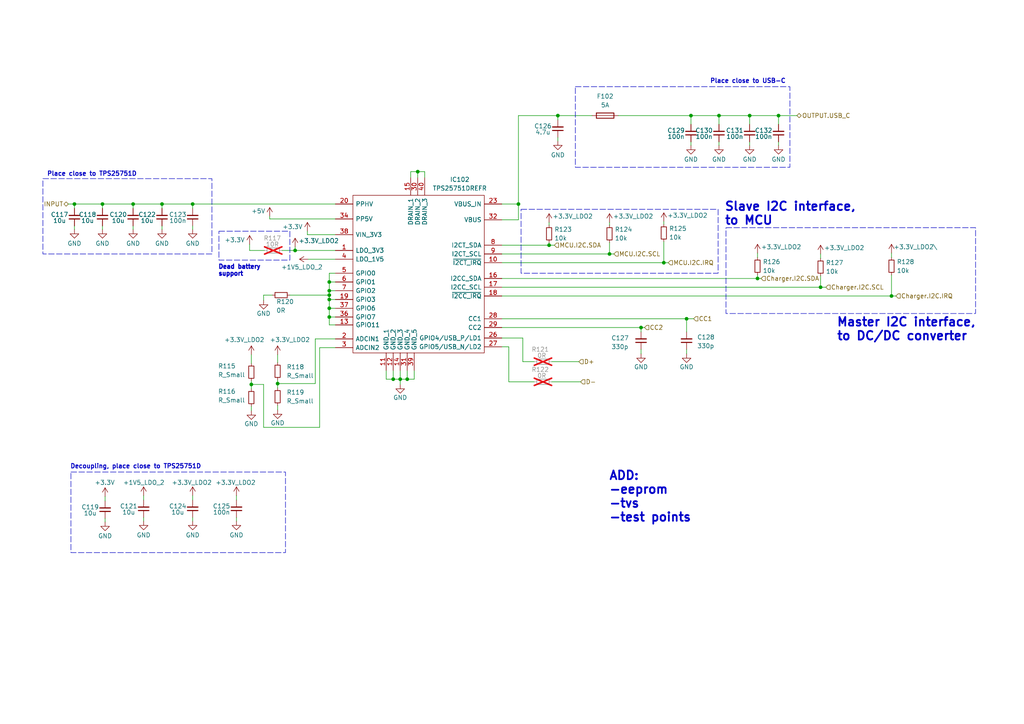
<source format=kicad_sch>
(kicad_sch (version 20231120) (generator "eeschema") (generator_version "8.0")
  (paper "A4")
  (lib_symbols
    (symbol "Device:C_Small" (pin_numbers hide) (pin_names (offset 0.254) hide)
      (property "Reference" "C" (at 0.254 1.778 0))
      (property "Value" "C_Small" (at 0.254 -2.032 0))
      (symbol "C_Small_0_1"
        (polyline (pts (xy -1.524 -0.508) (xy 1.524 -0.508)) (stroke (width 0.3302)))
        (polyline (pts (xy -1.524 0.508) (xy 1.524 0.508)) (stroke (width 0.3048)))
      )
      (symbol "C_Small_1_1"
        (pin passive line (at 0 2.54 270) (length 2.032) (name "~") (number "1"))
        (pin passive line (at 0 -2.54 90) (length 2.032) (name "~") (number "2"))
      )
    )
    (symbol "Device:Fuse" (pin_numbers hide) (pin_names (offset 0))
      (property "Reference" "F" (at 2.032 0 90))
      (property "Value" "Fuse" (at -1.905 0 90))
      (symbol "Fuse_0_1"
        (rectangle (start -0.762 -2.54) (end 0.762 2.54) (stroke (width 0.254)))
        (polyline (pts (xy 0 2.54) (xy 0 -2.54)))
      )
      (symbol "Fuse_1_1"
        (pin passive line (at 0 3.81 270) (length 1.27) (name "~") (number "1"))
        (pin passive line (at 0 -3.81 90) (length 1.27) (name "~") (number "2"))
      )
    )
    (symbol "Device:R_Small" (pin_numbers hide) (pin_names (offset 0.254) hide)
      (property "Reference" "R" (at 0.762 0.508 0))
      (property "Value" "R_Small" (at 0.762 -1.016 0))
      (symbol "R_Small_0_1"
        (rectangle (start -0.762 1.778) (end 0.762 -1.778) (stroke (width 0.2032)))
      )
      (symbol "R_Small_1_1"
        (pin passive line (at 0 2.54 270) (length 0.762) (name "~") (number "1"))
        (pin passive line (at 0 -2.54 90) (length 0.762) (name "~") (number "2"))
      )
    )
    (symbol "TPS25751DREFR_1" (pin_names (offset 0.762))
      (property "Reference" "IC1" (at 36.068 7.112 0))
      (property "Value" "TPS25751DREFR" (at 36.068 4.572 0))
      (symbol "TPS25751DREFR_1_0_0"
        (pin passive line (at 0 -13.462 0) (length 5.08) (name "LDO_3V3") (number "1"))
        (pin passive line (at 48.26 -17.018 180) (length 5.08) (name "~{I2CT_IRQ}") (number "10"))
        (pin passive line (at 14.732 -48.26 90) (length 5.08) (name "GND_1") (number "11"))
        (pin passive line (at 16.764 -48.26 90) (length 5.08) (name "GND_2") (number "12"))
        (pin passive line (at 0 -35.052 0) (length 5.08) (name "GPIO11") (number "13"))
        (pin passive line (at 18.796 -48.26 90) (length 5.08) (name "GND_3") (number "14"))
        (pin passive line (at 21.844 7.62 270) (length 5.08) (name "DRAIN_1") (number "15"))
        (pin passive line (at 48.26 -21.59 180) (length 5.08) (name "I2CC_SDA") (number "16"))
        (pin passive line (at 48.26 -24.13 180) (length 5.08) (name "I2CC_SCL") (number "17"))
        (pin passive line (at 48.26 -26.67 180) (length 5.08) (name "~{I2CC_IRQ}") (number "18"))
        (pin passive line (at 0 -27.686 0) (length 5.08) (name "GPIO3") (number "19"))
        (pin passive line (at 0 -39.116 0) (length 5.08) (name "ADCIN1") (number "2"))
        (pin passive line (at 0 0 0) (length 5.08) (name "PPHV") (number "20"))
        (pin passive line (at 48.26 0 180) (length 5.08) (name "VBUS_IN") (number "23"))
        (pin passive line (at 48.26 -38.862 180) (length 5.08) (name "GPIO4/USB_P/LD1") (number "26"))
        (pin passive line (at 48.26 -41.402 180) (length 5.08) (name "GPIO5/USB_N/LD2") (number "27"))
        (pin passive line (at 48.26 -33.274 180) (length 5.08) (name "CC1") (number "28"))
        (pin passive line (at 48.26 -35.814 180) (length 5.08) (name "CC2") (number "29"))
        (pin passive line (at 0 -41.656 0) (length 5.08) (name "ADCIN2") (number "3"))
        (pin passive line (at 23.876 7.62 270) (length 5.08) (name "DRAIN_2") (number "30"))
        (pin passive line (at 20.828 -48.26 90) (length 5.08) (name "GND_4") (number "31"))
        (pin passive line (at 48.26 -4.572 180) (length 5.08) (name "VBUS") (number "32"))
        (pin passive line (at 0 -4.318 0) (length 5.08) (name "PP5V") (number "34"))
        (pin passive line (at 0 -32.766 0) (length 5.08) (name "GPIO7") (number "36"))
        (pin passive line (at 0 -30.226 0) (length 5.08) (name "GPIO6") (number "37"))
        (pin passive line (at 0 -8.89 0) (length 5.08) (name "VIN_3V3") (number "38"))
        (pin passive line (at 22.86 -48.26 90) (length 5.08) (name "GND_5") (number "39"))
        (pin passive line (at 0 -16.002 0) (length 5.08) (name "LDO_1V5") (number "4"))
        (pin passive line (at 25.908 7.62 270) (length 5.08) (name "DRAIN_3") (number "40"))
        (pin passive line (at 0 -20.066 0) (length 5.08) (name "GPIO0") (number "5"))
        (pin passive line (at 0 -22.606 0) (length 5.08) (name "GPIO1") (number "6"))
        (pin passive line (at 0 -25.146 0) (length 5.08) (name "GPIO2") (number "7"))
        (pin passive line (at 48.26 -11.938 180) (length 5.08) (name "I2CT_SDA") (number "8"))
        (pin passive line (at 48.26 -14.478 180) (length 5.08) (name "I2CT_SCL") (number "9"))
      )
      (symbol "TPS25751DREFR_1_0_1"
        (polyline (pts (xy 5.08 2.54) (xy 43.18 2.54) (xy 43.18 -43.18) (xy 5.08 -43.18) (xy 5.08 2.54)) (stroke (width 0.1524)))
      )
    )
    (symbol "power:+1V5" (power) (pin_names (offset 0))
      (property "Value" "+1V5" (at 0 3.556 0))
      (symbol "+1V5_0_1"
        (polyline (pts (xy -0.762 1.27) (xy 0 2.54)))
        (polyline (pts (xy 0 0) (xy 0 2.54)))
        (polyline (pts (xy 0 2.54) (xy 0.762 1.27)))
      )
      (symbol "+1V5_1_1"
        (pin power_in line (at 0 0 90) (length 0) hide (name "+1V5") (number "1"))
      )
    )
    (symbol "power:+3.3V" (power) (pin_names (offset 0))
      (property "Value" "+3.3V" (at 0 3.556 0))
      (symbol "+3.3V_0_1"
        (polyline (pts (xy -0.762 1.27) (xy 0 2.54)))
        (polyline (pts (xy 0 0) (xy 0 2.54)))
        (polyline (pts (xy 0 2.54) (xy 0.762 1.27)))
      )
      (symbol "+3.3V_1_1"
        (pin power_in line (at 0 0 90) (length 0) hide (name "+3.3V") (number "1"))
      )
    )
    (symbol "power:+3.3VP" (power) (pin_names (offset 0))
      (property "Value" "+3.3VP" (at 0 2.54 0))
      (symbol "+3.3VP_0_0"
        (pin power_in line (at 0 0 90) (length 0) hide (name "+3.3VP") (number "1"))
      )
      (symbol "+3.3VP_0_1"
        (polyline (pts (xy -0.762 1.27) (xy 0 2.54)))
        (polyline (pts (xy 0 0) (xy 0 2.54)))
        (polyline (pts (xy 0 2.54) (xy 0.762 1.27)))
      )
    )
    (symbol "power:+5V" (power) (pin_names (offset 0))
      (property "Value" "+5V" (at 0 3.556 0))
      (symbol "+5V_0_1"
        (polyline (pts (xy -0.762 1.27) (xy 0 2.54)))
        (polyline (pts (xy 0 0) (xy 0 2.54)))
        (polyline (pts (xy 0 2.54) (xy 0.762 1.27)))
      )
      (symbol "+5V_1_1"
        (pin power_in line (at 0 0 90) (length 0) hide (name "+5V") (number "1"))
      )
    )
    (symbol "power:GND" (power) (pin_names (offset 0))
      (property "Value" "GND" (at 0 -3.81 0))
      (symbol "GND_0_1"
        (polyline (pts (xy 0 0) (xy 0 -1.27) (xy 1.27 -1.27) (xy 0 -2.54) (xy -1.27 -1.27) (xy 0 -1.27)))
      )
      (symbol "GND_1_1"
        (pin power_in line (at 0 0 270) (length 0) hide (name "GND") (number "1"))
      )
    )
  )
  (junction (at 95.504 84.328))
  (junction (at 95.504 81.788))
  (junction (at 217.424 33.528))
  (junction (at 95.504 91.948))
  (junction (at 118.11 109.982))
  (junction (at 29.718 59.182))
  (junction (at 176.784 73.66))
  (junction (at 150.368 59.182))
  (junction (at 121.158 49.784))
  (junction (at 237.998 83.312))
  (junction (at 116.078 109.982))
  (junction (at 225.806 33.528))
  (junction (at 159.258 71.12))
  (junction (at 46.99 59.182))
  (junction (at 185.928 94.996))
  (junction (at 38.608 59.182))
  (junction (at 85.598 72.644))
  (junction (at 21.59 59.182))
  (junction (at 258.572 85.852))
  (junction (at 95.504 86.868))
  (junction (at 80.518 111.252))
  (junction (at 208.534 33.528))
  (junction (at 200.406 33.528))
  (junction (at 199.136 92.456))
  (junction (at 114.046 109.982))
  (junction (at 55.88 59.182))
  (junction (at 95.504 85.598))
  (junction (at 192.532 76.2))
  (junction (at 95.504 89.408))
  (junction (at 72.898 111.506))
  (junction (at 161.798 33.528))
  (junction (at 219.71 80.772))
  (wire (pts (xy 76.454 123.952) (xy 92.71 123.952)))
  (wire (pts (xy 55.88 59.182) (xy 97.282 59.182)))
  (wire (pts (xy 97.282 89.408) (xy 95.504 89.408)))
  (wire (pts (xy 145.542 92.456) (xy 199.136 92.456)))
  (wire (pts (xy 147.574 110.744) (xy 154.94 110.744)))
  (wire (pts (xy 200.406 41.148) (xy 200.406 42.164)))
  (wire (pts (xy 21.59 65.532) (xy 21.59 66.548)))
  (wire (pts (xy 46.99 65.532) (xy 46.99 66.548)))
  (wire (pts (xy 185.928 101.346) (xy 185.928 102.616)))
  (wire (pts (xy 91.44 98.298) (xy 97.282 98.298)))
  (wire (pts (xy 185.928 94.996) (xy 185.928 96.266)))
  (wire (pts (xy 160.02 104.902) (xy 167.894 104.902)))
  (wire (pts (xy 68.58 145.034) (xy 68.58 143.764)))
  (wire (pts (xy 41.656 145.034) (xy 41.656 143.764)))
  (wire (pts (xy 95.504 81.788) (xy 97.282 81.788)))
  (wire (pts (xy 258.572 85.852) (xy 259.842 85.852)))
  (wire (pts (xy 145.542 71.12) (xy 159.258 71.12)))
  (wire (pts (xy 80.518 102.87) (xy 80.518 105.156)))
  (wire (pts (xy 121.158 49.784) (xy 123.19 49.784)))
  (wire (pts (xy 208.534 33.528) (xy 217.424 33.528)))
  (wire (pts (xy 46.99 59.182) (xy 55.88 59.182)))
  (wire (pts (xy 55.88 60.452) (xy 55.88 59.182)))
  (wire (pts (xy 80.518 117.602) (xy 80.518 118.872)))
  (wire (pts (xy 208.534 41.148) (xy 208.534 42.164)))
  (wire (pts (xy 116.078 107.442) (xy 116.078 109.982)))
  (wire (pts (xy 97.282 84.328) (xy 95.504 84.328)))
  (wire (pts (xy 217.424 41.148) (xy 217.424 42.164)))
  (wire (pts (xy 95.504 81.788) (xy 95.504 84.328)))
  (wire (pts (xy 114.046 109.982) (xy 116.078 109.982)))
  (wire (pts (xy 176.784 64.516) (xy 176.784 65.278)))
  (wire (pts (xy 123.19 49.784) (xy 123.19 51.562)))
  (wire (pts (xy 95.504 86.868) (xy 97.282 86.868)))
  (wire (pts (xy 151.638 104.902) (xy 151.638 98.044)))
  (wire (pts (xy 97.282 68.072) (xy 89.154 68.072)))
  (wire (pts (xy 95.504 86.868) (xy 95.504 89.408)))
  (wire (pts (xy 41.656 150.114) (xy 41.656 151.13)))
  (wire (pts (xy 145.542 80.772) (xy 219.71 80.772)))
  (wire (pts (xy 21.59 60.452) (xy 21.59 59.182)))
  (wire (pts (xy 92.71 100.838) (xy 92.71 123.952)))
  (wire (pts (xy 200.406 33.528) (xy 200.406 36.068)))
  (wire (pts (xy 92.71 100.838) (xy 97.282 100.838)))
  (wire (pts (xy 76.454 85.598) (xy 78.994 85.598)))
  (wire (pts (xy 159.258 71.12) (xy 160.782 71.12)))
  (wire (pts (xy 147.574 100.584) (xy 145.542 100.584)))
  (wire (pts (xy 258.572 79.756) (xy 258.572 85.852)))
  (wire (pts (xy 72.898 111.506) (xy 76.454 111.506)))
  (wire (pts (xy 179.324 33.528) (xy 200.406 33.528)))
  (wire (pts (xy 161.798 33.528) (xy 171.704 33.528)))
  (wire (pts (xy 120.142 109.982) (xy 120.142 107.442)))
  (wire (pts (xy 199.136 92.456) (xy 199.136 96.266)))
  (wire (pts (xy 95.504 85.598) (xy 95.504 86.868)))
  (wire (pts (xy 192.532 76.2) (xy 193.802 76.2)))
  (wire (pts (xy 159.258 71.12) (xy 159.258 70.358)))
  (wire (pts (xy 97.282 94.234) (xy 95.504 94.234)))
  (wire (pts (xy 112.014 107.442) (xy 112.014 109.982)))
  (wire (pts (xy 237.998 73.66) (xy 237.998 74.93)))
  (wire (pts (xy 219.71 80.772) (xy 219.71 79.756)))
  (wire (pts (xy 72.898 111.506) (xy 72.898 112.776)))
  (wire (pts (xy 85.598 72.644) (xy 97.282 72.644)))
  (wire (pts (xy 81.788 72.644) (xy 85.598 72.644)))
  (wire (pts (xy 199.136 101.346) (xy 199.136 102.616)))
  (wire (pts (xy 95.504 84.328) (xy 95.504 85.598)))
  (wire (pts (xy 76.708 72.644) (xy 72.39 72.644)))
  (wire (pts (xy 97.282 91.948) (xy 95.504 91.948)))
  (wire (pts (xy 76.454 111.506) (xy 76.454 123.952)))
  (wire (pts (xy 150.368 33.528) (xy 161.798 33.528)))
  (wire (pts (xy 217.424 33.528) (xy 217.424 36.068)))
  (wire (pts (xy 225.806 33.528) (xy 225.806 36.068)))
  (wire (pts (xy 97.282 79.248) (xy 95.504 79.248)))
  (wire (pts (xy 145.542 59.182) (xy 150.368 59.182)))
  (wire (pts (xy 68.58 150.114) (xy 68.58 151.13)))
  (wire (pts (xy 38.608 59.182) (xy 46.99 59.182)))
  (wire (pts (xy 72.898 117.856) (xy 72.898 119.126)))
  (wire (pts (xy 160.02 110.744) (xy 168.402 110.744)))
  (wire (pts (xy 84.074 85.598) (xy 95.504 85.598)))
  (wire (pts (xy 29.718 59.182) (xy 38.608 59.182)))
  (wire (pts (xy 161.798 34.798) (xy 161.798 33.528)))
  (wire (pts (xy 80.518 111.252) (xy 80.518 112.522)))
  (wire (pts (xy 72.898 102.87) (xy 72.898 105.41)))
  (wire (pts (xy 119.126 49.784) (xy 121.158 49.784)))
  (wire (pts (xy 95.504 91.948) (xy 95.504 94.234)))
  (wire (pts (xy 145.542 85.852) (xy 258.572 85.852)))
  (wire (pts (xy 114.046 107.442) (xy 114.046 109.982)))
  (wire (pts (xy 55.88 150.114) (xy 55.88 151.13)))
  (wire (pts (xy 72.39 70.866) (xy 72.39 72.644)))
  (wire (pts (xy 225.806 33.528) (xy 231.14 33.528)))
  (wire (pts (xy 89.154 67.056) (xy 89.154 68.072)))
  (wire (pts (xy 217.424 33.528) (xy 225.806 33.528)))
  (wire (pts (xy 38.608 60.452) (xy 38.608 59.182)))
  (wire (pts (xy 145.542 94.996) (xy 185.928 94.996)))
  (wire (pts (xy 151.638 98.044) (xy 145.542 98.044)))
  (wire (pts (xy 119.126 51.562) (xy 119.126 49.784)))
  (wire (pts (xy 159.258 64.516) (xy 159.258 65.278)))
  (wire (pts (xy 161.798 39.878) (xy 161.798 40.894)))
  (wire (pts (xy 46.99 60.452) (xy 46.99 59.182)))
  (wire (pts (xy 199.136 92.456) (xy 201.168 92.456)))
  (wire (pts (xy 72.898 110.49) (xy 72.898 111.506)))
  (wire (pts (xy 192.532 70.104) (xy 192.532 76.2)))
  (wire (pts (xy 219.71 73.406) (xy 219.71 74.676)))
  (wire (pts (xy 192.532 64.262) (xy 192.532 65.024)))
  (wire (pts (xy 147.574 110.744) (xy 147.574 100.584)))
  (wire (pts (xy 237.998 80.01) (xy 237.998 83.312)))
  (wire (pts (xy 116.078 109.982) (xy 118.11 109.982)))
  (wire (pts (xy 176.784 70.358) (xy 176.784 73.66)))
  (wire (pts (xy 176.784 73.66) (xy 178.054 73.66)))
  (wire (pts (xy 85.598 71.628) (xy 85.598 72.644)))
  (wire (pts (xy 145.542 63.754) (xy 150.368 63.754)))
  (wire (pts (xy 150.368 33.528) (xy 150.368 59.182)))
  (wire (pts (xy 95.504 89.408) (xy 95.504 91.948)))
  (wire (pts (xy 237.998 83.312) (xy 239.522 83.312)))
  (wire (pts (xy 258.572 73.406) (xy 258.572 74.676)))
  (wire (pts (xy 19.812 59.182) (xy 21.59 59.182)))
  (wire (pts (xy 29.718 60.452) (xy 29.718 59.182)))
  (wire (pts (xy 80.518 111.252) (xy 91.44 111.252)))
  (wire (pts (xy 145.542 73.66) (xy 176.784 73.66)))
  (wire (pts (xy 30.48 145.288) (xy 30.48 144.018)))
  (wire (pts (xy 118.11 107.442) (xy 118.11 109.982)))
  (wire (pts (xy 97.282 63.5) (xy 78.232 63.5)))
  (wire (pts (xy 145.542 76.2) (xy 192.532 76.2)))
  (wire (pts (xy 30.48 150.368) (xy 30.48 151.384)))
  (wire (pts (xy 78.232 62.738) (xy 78.232 63.5)))
  (wire (pts (xy 116.078 109.982) (xy 116.078 111.506)))
  (wire (pts (xy 89.408 75.184) (xy 97.282 75.184)))
  (wire (pts (xy 38.608 65.532) (xy 38.608 66.548)))
  (wire (pts (xy 76.454 87.122) (xy 76.454 85.598)))
  (wire (pts (xy 29.718 65.532) (xy 29.718 66.548)))
  (wire (pts (xy 200.406 33.528) (xy 208.534 33.528)))
  (wire (pts (xy 145.542 83.312) (xy 237.998 83.312)))
  (wire (pts (xy 112.014 109.982) (xy 114.046 109.982)))
  (wire (pts (xy 219.71 80.772) (xy 220.726 80.772)))
  (wire (pts (xy 55.88 145.034) (xy 55.88 143.764)))
  (wire (pts (xy 21.59 59.182) (xy 29.718 59.182)))
  (wire (pts (xy 150.368 63.754) (xy 150.368 59.182)))
  (wire (pts (xy 185.928 94.996) (xy 186.944 94.996)))
  (wire (pts (xy 121.158 51.562) (xy 121.158 49.784)))
  (wire (pts (xy 118.11 109.982) (xy 120.142 109.982)))
  (wire (pts (xy 95.504 79.248) (xy 95.504 81.788)))
  (wire (pts (xy 91.44 111.252) (xy 91.44 98.298)))
  (wire (pts (xy 225.806 41.148) (xy 225.806 42.164)))
  (wire (pts (xy 55.88 65.532) (xy 55.88 66.548)))
  (wire (pts (xy 208.534 33.528) (xy 208.534 36.068)))
  (wire (pts (xy 151.638 104.902) (xy 154.94 104.902)))
  (wire (pts (xy 80.518 110.236) (xy 80.518 111.252)))
  (rectangle (start 12.446 51.816) (end 61.468 73.66) (stroke (width 0) (type dash)))
  (rectangle (start 166.878 25.146) (end 229.108 48.514) (stroke (width 0) (type dash)))
  (rectangle (start 63.5 67.056) (end 84.074 75.438) (stroke (width 0) (type dash)))
  (rectangle (start 151.13 60.706) (end 208.28 79.248) (stroke (width 0) (type dash)))
  (rectangle (start 210.566 66.04) (end 282.956 90.932) (stroke (width 0) (type dash)))
  (rectangle (start 20.574 136.906) (end 82.804 160.274) (stroke (width 0) (type dash)))
  (text "Slave I2C interface,\nto MCU" (at 210.058 65.532 0) (effects (font (size 2.5 2.5) (thickness 0.5) (bold yes)) (justify left bottom)))
  (text "Master I2C interface,\nto DC/DC converter" (at 242.57 99.06 0) (effects (font (size 2.5 2.5) (thickness 0.5) (bold yes)) (justify left bottom)))
  (text "ADD:\n-eeprom\n-tvs\n-test points" (at 176.53 151.638 0) (effects (font (size 2.5 2.5) (thickness 0.5) (bold yes)) (justify left bottom)))
  (text "Place close to USB-C \n" (at 217.424 23.622 0) (effects (font (size 1.27 1.27) (thickness 0.254) (bold yes))))
  (text "Dead battery\nsupport" (at 63.246 80.264 0) (effects (font (size 1.25 1.25) (thickness 0.5) (bold yes)) (justify left bottom)))
  (text "Decoupling, place close to TPS25751D\n" (at 39.37 135.382 0) (effects (font (size 1.27 1.27) (thickness 0.254) (bold yes))))
  (text "Place close to TPS25751D\n" (at 26.67 50.546 0) (effects (font (size 1.27 1.27) (thickness 0.254) (bold yes))))
  (hierarchical_label "MCU.I2C.IRQ" (shape input) (at 193.802 76.2 0))
  (hierarchical_label "CC2" (shape input) (at 186.944 94.996 0))
  (hierarchical_label "D-" (shape input) (at 168.402 110.744 0))
  (hierarchical_label "D+" (shape input) (at 167.894 104.902 0))
  (hierarchical_label "INPUT" (shape bidirectional) (at 19.812 59.182 180))
  (hierarchical_label "MCU.I2C.SCL" (shape input) (at 178.054 73.66 0))
  (hierarchical_label "CC1" (shape input) (at 201.168 92.456 0))
  (hierarchical_label "OUTPUT.USB_C" (shape bidirectional) (at 231.14 33.528 0))
  (hierarchical_label "Charger.I2C.IRQ" (shape input) (at 259.842 85.852 0))
  (hierarchical_label "Charger.I2C.SCL" (shape input) (at 239.522 83.312 0))
  (hierarchical_label "Charger.I2C.SDA" (shape input) (at 220.726 80.772 0))
  (hierarchical_label "MCU.I2C.SDA" (shape input) (at 160.782 71.12 0))
  (symbol (lib_id "Device:C_Small") (at 55.88 147.574 180) (unit 1)
    (property "Reference" "C124" (at 51.562 146.812 0))
    (property "Value" "10u" (at 51.562 148.59 0))
    (property "Footprint" "Capacitor_SMD:C_0603_1608Metric" (effects (hide yes)))
  )
  (symbol (lib_id "power:GND") (at 72.898 119.126 0) (unit 1)
    (property "Reference" "#PWR0157" (effects (hide yes)))
    (property "Value" "GND" (at 72.898 122.936 0))
  )
  (symbol (lib_id "Device:C_Small") (at 161.798 37.338 180) (unit 1)
    (property "Reference" "C126" (at 157.48 36.576 0))
    (property "Value" "4.7u" (at 157.48 38.354 0))
    (property "Footprint" "Capacitor_SMD:C_0603_1608Metric" (effects (hide yes)))
  )
  (symbol (lib_id "Device:R_Small") (at 219.71 77.216 0) (unit 1)
    (property "Reference" "R126" (at 221.234 75.946 0) (effects (justify left)))
    (property "Value" "10k" (at 221.234 78.486 0) (effects (justify left)))
    (property "Footprint" "Resistor_SMD:R_0603_1608Metric" (effects (hide yes)))
  )
  (symbol (lib_id "power:+3.3V") (at 30.48 144.018 0) (unit 1)
    (property "Reference" "#PWR0144" (effects (hide yes)))
    (property "Value" "+3.3V" (at 27.432 139.954 0) (effects (justify left)))
  )
  (symbol (lib_id "Device:R_Small") (at 72.898 115.316 0) (unit 1)
    (property "Reference" "R116" (at 63.246 113.538 0) (effects (justify left)))
    (property "Value" "R_Small" (at 63.246 116.078 0) (effects (justify left)))
    (property "Footprint" "Resistor_SMD:R_0603_1608Metric" (effects (hide yes)))
  )
  (symbol (lib_id "Device:C_Small") (at 68.58 147.574 180) (unit 1)
    (property "Reference" "C125" (at 64.262 146.812 0))
    (property "Value" "100n" (at 64.262 148.59 0))
    (property "Footprint" "Capacitor_SMD:C_0603_1608Metric" (effects (hide yes)))
  )
  (symbol (lib_id "power:GND") (at 185.928 102.616 0) (unit 1)
    (property "Reference" "#PWR0169" (effects (hide yes)))
    (property "Value" "GND" (at 185.928 106.426 0))
  )
  (symbol (lib_id "power:GND") (at 225.806 42.164 0) (unit 1)
    (property "Reference" "#PWR0176" (effects (hide yes)))
    (property "Value" "GND" (at 225.806 46.228 0))
  )
  (symbol (lib_name "TPS25751DREFR_1") (lib_id "SamacSys_Parts:TPS25751DREFR") (at 97.282 59.182 0) (unit 1)
    (property "Reference" "IC102" (at 133.35 52.07 0))
    (property "Value" "TPS25751DREFR" (at 133.35 54.61 0))
    (property "Footprint" "TPS25751DREFR" (effects (hide yes)))
    (property "Datasheet" "https://www.ti.com/lit/gpn/TPS25751" (effects (hide yes)))
    (property "Description" "USB Interface IC USB Type-C and USB Power Delivery (PD) controller with integrated power switches , 3V ~{} 3.6V, 4.9V ~{} 5.5V, 4V ~{} 22V , -40C ~{} 125C (TJ) , 3mA , 38-WQFN (4x6)" (effects (hide yes)))
    (property "Height" "0.8" (effects (hide yes)))
    (property "Manufacturer_Name" "Texas Instruments" (effects (hide yes)))
    (property "Manufacturer_Part_Number" "TPS25751DREFR" (effects (hide yes)))
    (property "Mouser Part Number" "595-TPS25751DREFR" (effects (hide yes)))
    (property "Mouser Price/Stock" "https://www.mouser.co.uk/ProductDetail/Texas-Instruments/TPS25751DREFR?qs=2wMNvWM5ZX4m402FYdvDNA%3D%3D" (effects (hide yes)))
    (property "Arrow Part Number" "TPS25751DREFR" (effects (hide yes)))
    (property "Arrow Price/Stock" "https://www.arrow.com/en/products/tps25751drefr/texas-instruments?utm_currency=USD&region=nac" (effects (hide yes)))
  )
  (symbol (lib_id "power:GND") (at 41.656 151.13 0) (unit 1)
    (property "Reference" "#PWR0148" (effects (hide yes)))
    (property "Value" "GND" (at 41.656 155.194 0))
  )
  (symbol (lib_id "Device:R_Small") (at 157.48 104.902 90) (unit 1) (dnp yes)
    (property "Reference" "R121" (at 159.258 101.346 90) (effects (justify left)))
    (property "Value" "0R" (at 158.496 103.124 90) (effects (justify left)))
    (property "Footprint" "Resistor_SMD:R_0603_1608Metric" (effects (hide yes)))
  )
  (symbol (lib_id "power:+3.3VP") (at 192.532 64.262 0) (unit 1)
    (property "Reference" "#PWR0170" (effects (hide yes)))
    (property "Value" "+3.3V_LDO2" (at 199.39 62.484 0))
  )
  (symbol (lib_id "Device:R_Small") (at 237.998 77.47 0) (unit 1)
    (property "Reference" "R127" (at 239.522 76.2 0) (effects (justify left)))
    (property "Value" "10k" (at 239.522 78.74 0) (effects (justify left)))
    (property "Footprint" "Resistor_SMD:R_0603_1608Metric" (effects (hide yes)))
  )
  (symbol (lib_id "power:GND") (at 29.718 66.548 0) (unit 1)
    (property "Reference" "#PWR0143" (effects (hide yes)))
    (property "Value" "GND" (at 29.718 70.612 0))
  )
  (symbol (lib_id "Device:C_Small") (at 30.48 147.828 180) (unit 1)
    (property "Reference" "C119" (at 26.162 147.066 0))
    (property "Value" "10u" (at 26.162 148.844 0))
    (property "Footprint" "Capacitor_SMD:C_0603_1608Metric" (effects (hide yes)))
  )
  (symbol (lib_id "power:+3.3VP") (at 72.898 102.87 0) (unit 1)
    (property "Reference" "#PWR0156" (effects (hide yes)))
    (property "Value" "+3.3V_LDO2" (at 70.866 98.552 0))
  )
  (symbol (lib_id "power:GND") (at 55.88 151.13 0) (unit 1)
    (property "Reference" "#PWR0152" (effects (hide yes)))
    (property "Value" "GND" (at 55.88 155.194 0))
  )
  (symbol (lib_id "Device:C_Small") (at 185.928 98.806 180) (unit 1)
    (property "Reference" "C127" (at 177.292 98.044 0) (effects (justify right)))
    (property "Value" "330p" (at 177.292 100.584 0) (effects (justify right)))
    (property "Footprint" "Capacitor_SMD:C_0603_1608Metric" (effects (hide yes)))
  )
  (symbol (lib_id "Device:R_Small") (at 258.572 77.216 0) (unit 1)
    (property "Reference" "R128" (at 260.096 75.946 0) (effects (justify left)))
    (property "Value" "10k" (at 260.096 78.486 0) (effects (justify left)))
    (property "Footprint" "Resistor_SMD:R_0603_1608Metric" (effects (hide yes)))
  )
  (symbol (lib_id "power:+1V5") (at 41.656 143.764 0) (unit 1)
    (property "Reference" "#PWR0147" (effects (hide yes)))
    (property "Value" "+1V5_LDO_2" (at 47.752 139.954 0) (effects (justify right)))
  )
  (symbol (lib_id "Device:R_Small") (at 159.258 67.818 0) (unit 1)
    (property "Reference" "R123" (at 160.782 66.548 0) (effects (justify left)))
    (property "Value" "10k" (at 160.782 69.088 0) (effects (justify left)))
    (property "Footprint" "Resistor_SMD:R_0603_1608Metric" (effects (hide yes)))
  )
  (symbol (lib_id "power:GND") (at 161.798 40.894 0) (unit 1)
    (property "Reference" "#PWR0167" (effects (hide yes)))
    (property "Value" "GND" (at 161.798 44.958 0))
  )
  (symbol (lib_id "Device:R_Small") (at 157.48 110.744 90) (unit 1) (dnp yes)
    (property "Reference" "R122" (at 159.258 107.188 90) (effects (justify left)))
    (property "Value" "0R" (at 158.496 108.966 90) (effects (justify left)))
    (property "Footprint" "Resistor_SMD:R_0603_1608Metric" (effects (hide yes)))
  )
  (symbol (lib_id "Device:C_Small") (at 217.424 38.608 180) (unit 1)
    (property "Reference" "C131" (at 213.106 37.846 0))
    (property "Value" "100n" (at 213.106 39.624 0))
    (property "Footprint" "Capacitor_SMD:C_0603_1608Metric" (effects (hide yes)))
  )
  (symbol (lib_id "Device:C_Small") (at 29.718 62.992 180) (unit 1)
    (property "Reference" "C118" (at 25.4 62.23 0))
    (property "Value" "10u" (at 25.4 64.008 0))
    (property "Footprint" "Capacitor_SMD:C_0603_1608Metric" (effects (hide yes)))
  )
  (symbol (lib_id "Device:R_Small") (at 192.532 67.564 0) (unit 1)
    (property "Reference" "R125" (at 194.056 66.294 0) (effects (justify left)))
    (property "Value" "10k" (at 194.056 68.834 0) (effects (justify left)))
    (property "Footprint" "Resistor_SMD:R_0603_1608Metric" (effects (hide yes)))
  )
  (symbol (lib_id "power:+3.3VP") (at 80.518 102.87 0) (unit 1)
    (property "Reference" "#PWR0160" (effects (hide yes)))
    (property "Value" "+3.3V_LDO2" (at 84.074 98.552 0))
  )
  (symbol (lib_id "power:GND") (at 200.406 42.164 0) (unit 1)
    (property "Reference" "#PWR0172" (effects (hide yes)))
    (property "Value" "GND" (at 200.406 46.228 0))
  )
  (symbol (lib_id "Device:C_Small") (at 225.806 38.608 180) (unit 1)
    (property "Reference" "C132" (at 221.488 37.846 0))
    (property "Value" "100n" (at 221.488 39.624 0))
    (property "Footprint" "Capacitor_SMD:C_0603_1608Metric" (effects (hide yes)))
  )
  (symbol (lib_id "Device:C_Small") (at 38.608 62.992 180) (unit 1)
    (property "Reference" "C120" (at 34.29 62.23 0))
    (property "Value" "10u" (at 34.29 64.008 0))
    (property "Footprint" "Capacitor_SMD:C_0603_1608Metric" (effects (hide yes)))
  )
  (symbol (lib_id "Device:C_Small") (at 41.656 147.574 180) (unit 1)
    (property "Reference" "C121" (at 37.338 146.812 0))
    (property "Value" "10u" (at 37.338 148.59 0))
    (property "Footprint" "Capacitor_SMD:C_0603_1608Metric" (effects (hide yes)))
  )
  (symbol (lib_id "power:GND") (at 116.078 111.506 0) (unit 1)
    (property "Reference" "#PWR0165" (effects (hide yes)))
    (property "Value" "GND" (at 116.078 115.316 0))
  )
  (symbol (lib_id "Device:Fuse") (at 175.514 33.528 90) (unit 1)
    (property "Reference" "F102" (at 175.514 27.94 90))
    (property "Value" "5A" (at 175.514 30.48 90))
    (property "Footprint" "Fuse:Fuse_1206_3216Metric" (effects (hide yes)))
    (property "Description" "Fuse" (effects (hide yes)))
  )
  (symbol (lib_id "power:+3.3VP") (at 237.998 73.66 0) (unit 1)
    (property "Reference" "#PWR0177" (effects (hide yes)))
    (property "Value" "+3.3V_LDO2" (at 244.856 71.882 0))
  )
  (symbol (lib_id "power:GND") (at 30.48 151.384 0) (unit 1)
    (property "Reference" "#PWR0145" (effects (hide yes)))
    (property "Value" "GND" (at 30.48 155.448 0))
  )
  (symbol (lib_id "Device:C_Small") (at 46.99 62.992 180) (unit 1)
    (property "Reference" "C122" (at 42.672 62.23 0))
    (property "Value" "10u" (at 42.672 64.008 0))
    (property "Footprint" "Capacitor_SMD:C_0603_1608Metric" (effects (hide yes)))
  )
  (symbol (lib_id "power:GND") (at 76.454 87.122 0) (unit 1)
    (property "Reference" "#PWR0158" (effects (hide yes)))
    (property "Value" "GND" (at 76.454 90.932 0))
  )
  (symbol (lib_id "power:+3.3VP") (at 258.572 73.406 0) (unit 1)
    (property "Reference" "#PWR0178" (effects (hide yes)))
    (property "Value" "+3.3V_LDO2\\" (at 265.43 71.628 0))
  )
  (symbol (lib_id "Device:R_Small") (at 81.534 85.598 270) (unit 1)
    (property "Reference" "R120" (at 80.137 87.5029 90) (effects (justify left)))
    (property "Value" "0R" (at 80.137 90.0429 90) (effects (justify left)))
    (property "Footprint" "Resistor_SMD:R_0603_1608Metric" (effects (hide yes)))
  )
  (symbol (lib_id "Device:R_Small") (at 79.248 72.644 90) (unit 1) (dnp yes)
    (property "Reference" "R117" (at 78.994 69.088 90))
    (property "Value" "10R" (at 78.994 70.866 90))
    (property "Footprint" "Resistor_SMD:R_0603_1608Metric" (effects (hide yes)))
  )
  (symbol (lib_id "power:GND") (at 80.518 118.872 0) (unit 1)
    (property "Reference" "#PWR0161" (effects (hide yes)))
    (property "Value" "GND" (at 80.518 122.682 0))
  )
  (symbol (lib_id "power:GND") (at 38.608 66.548 0) (unit 1)
    (property "Reference" "#PWR0146" (effects (hide yes)))
    (property "Value" "GND" (at 38.608 70.612 0))
  )
  (symbol (lib_id "power:GND") (at 217.424 42.164 0) (unit 1)
    (property "Reference" "#PWR0174" (effects (hide yes)))
    (property "Value" "GND" (at 217.424 46.228 0))
  )
  (symbol (lib_id "Device:C_Small") (at 200.406 38.608 180) (unit 1)
    (property "Reference" "C129" (at 196.088 37.846 0))
    (property "Value" "100n" (at 196.088 39.624 0))
    (property "Footprint" "Capacitor_SMD:C_0603_1608Metric" (effects (hide yes)))
  )
  (symbol (lib_id "Device:C_Small") (at 55.88 62.992 180) (unit 1)
    (property "Reference" "C123" (at 51.562 62.23 0))
    (property "Value" "100n" (at 51.562 64.008 0))
    (property "Footprint" "Capacitor_SMD:C_0603_1608Metric" (effects (hide yes)))
  )
  (symbol (lib_id "power:GND") (at 68.58 151.13 0) (unit 1)
    (property "Reference" "#PWR0154" (effects (hide yes)))
    (property "Value" "GND" (at 68.58 155.194 0))
  )
  (symbol (lib_id "power:GND") (at 199.136 102.616 0) (unit 1)
    (property "Reference" "#PWR0171" (effects (hide yes)))
    (property "Value" "GND" (at 199.136 106.426 0))
  )
  (symbol (lib_id "power:+3.3VP") (at 68.58 143.764 0) (unit 1)
    (property "Reference" "#PWR0153" (effects (hide yes)))
    (property "Value" "+3.3V_LDO2" (at 68.326 139.954 0))
  )
  (symbol (lib_id "power:+1V5") (at 89.408 75.184 90) (unit 1)
    (property "Reference" "#PWR0164" (effects (hide yes)))
    (property "Value" "+1V5_LDO_2" (at 81.534 77.47 90) (effects (justify right)))
  )
  (symbol (lib_id "Device:C_Small") (at 21.59 62.992 180) (unit 1)
    (property "Reference" "C117" (at 17.272 62.23 0))
    (property "Value" "10u" (at 17.272 64.008 0))
    (property "Footprint" "Capacitor_SMD:C_0603_1608Metric" (effects (hide yes)))
  )
  (symbol (lib_id "power:GND") (at 208.534 42.164 0) (unit 1)
    (property "Reference" "#PWR0173" (effects (hide yes)))
    (property "Value" "GND" (at 208.534 46.228 0))
  )
  (symbol (lib_id "Device:C_Small") (at 208.534 38.608 180) (unit 1)
    (property "Reference" "C130" (at 204.216 37.846 0))
    (property "Value" "100n" (at 204.216 39.624 0))
    (property "Footprint" "Capacitor_SMD:C_0603_1608Metric" (effects (hide yes)))
  )
  (symbol (lib_id "power:GND") (at 21.59 66.548 0) (unit 1)
    (property "Reference" "#PWR0142" (effects (hide yes)))
    (property "Value" "GND" (at 21.59 70.612 0))
  )
  (symbol (lib_id "power:+3.3VP") (at 85.598 71.628 0) (unit 1)
    (property "Reference" "#PWR0162" (effects (hide yes)))
    (property "Value" "+3.3V_LDO2" (at 92.456 69.85 0))
  )
  (symbol (lib_id "power:+3.3VP") (at 55.88 143.764 0) (unit 1)
    (property "Reference" "#PWR0151" (effects (hide yes)))
    (property "Value" "+3.3V_LDO2" (at 55.626 139.954 0))
  )
  (symbol (lib_id "power:+3.3VP") (at 159.258 64.516 0) (unit 1)
    (property "Reference" "#PWR0166" (effects (hide yes)))
    (property "Value" "+3.3V_LDO2" (at 166.116 62.738 0))
  )
  (symbol (lib_id "power:+3.3VP") (at 219.71 73.406 0) (unit 1)
    (property "Reference" "#PWR0175" (effects (hide yes)))
    (property "Value" "+3.3V_LDO2" (at 226.568 71.628 0))
  )
  (symbol (lib_id "Device:R_Small") (at 72.898 107.95 0) (unit 1)
    (property "Reference" "R115" (at 63.246 106.172 0) (effects (justify left)))
    (property "Value" "R_Small" (at 63.246 108.712 0) (effects (justify left)))
    (property "Footprint" "Resistor_SMD:R_0603_1608Metric" (effects (hide yes)))
  )
  (symbol (lib_id "Device:R_Small") (at 80.518 115.062 0) (unit 1)
    (property "Reference" "R119" (at 83.1342 113.792 0) (effects (justify left)))
    (property "Value" "R_Small" (at 83.1342 116.332 0) (effects (justify left)))
    (property "Footprint" "Resistor_SMD:R_0603_1608Metric" (effects (hide yes)))
  )
  (symbol (lib_id "power:GND") (at 55.88 66.548 0) (unit 1)
    (property "Reference" "#PWR0150" (effects (hide yes)))
    (property "Value" "GND" (at 55.88 70.612 0))
  )
  (symbol (lib_id "power:+3.3VP") (at 176.784 64.516 0) (unit 1)
    (property "Reference" "#PWR0168" (effects (hide yes)))
    (property "Value" "+3.3V_LDO2" (at 183.642 62.738 0))
  )
  (symbol (lib_id "power:+3.3V") (at 72.39 70.866 0) (unit 1)
    (property "Reference" "#PWR0155" (effects (hide yes)))
    (property "Value" "+3.3V" (at 68.072 69.596 0))
  )
  (symbol (lib_id "power:+5V") (at 78.232 62.738 0) (unit 1)
    (property "Reference" "#PWR0159" (effects (hide yes)))
    (property "Value" "+5V" (at 74.93 61.214 0))
  )
  (symbol (lib_id "power:GND") (at 46.99 66.548 0) (unit 1)
    (property "Reference" "#PWR0149" (effects (hide yes)))
    (property "Value" "GND" (at 46.99 70.612 0))
  )
  (symbol (lib_id "Device:R_Small") (at 80.518 107.696 0) (unit 1)
    (property "Reference" "R118" (at 83.1342 106.426 0) (effects (justify left)))
    (property "Value" "R_Small" (at 83.1342 108.966 0) (effects (justify left)))
    (property "Footprint" "Resistor_SMD:R_0603_1608Metric" (effects (hide yes)))
  )
  (symbol (lib_id "Device:C_Small") (at 199.136 98.806 180) (unit 1)
    (property "Reference" "C128" (at 202.184 97.79 0) (effects (justify right)))
    (property "Value" "330p" (at 202.184 100.33 0) (effects (justify right)))
    (property "Footprint" "Capacitor_SMD:C_0603_1608Metric" (effects (hide yes)))
  )
  (symbol (lib_id "Device:R_Small") (at 176.784 67.818 0) (unit 1)
    (property "Reference" "R124" (at 178.308 66.548 0) (effects (justify left)))
    (property "Value" "10k" (at 178.308 69.088 0) (effects (justify left)))
    (property "Footprint" "Resistor_SMD:R_0603_1608Metric" (effects (hide yes)))
  )
  (symbol (lib_id "power:+3.3V") (at 89.154 67.056 0) (unit 1)
    (property "Reference" "#PWR0163" (effects (hide yes)))
    (property "Value" "+3.3V" (at 84.836 65.786 0))
  )
)
</source>
